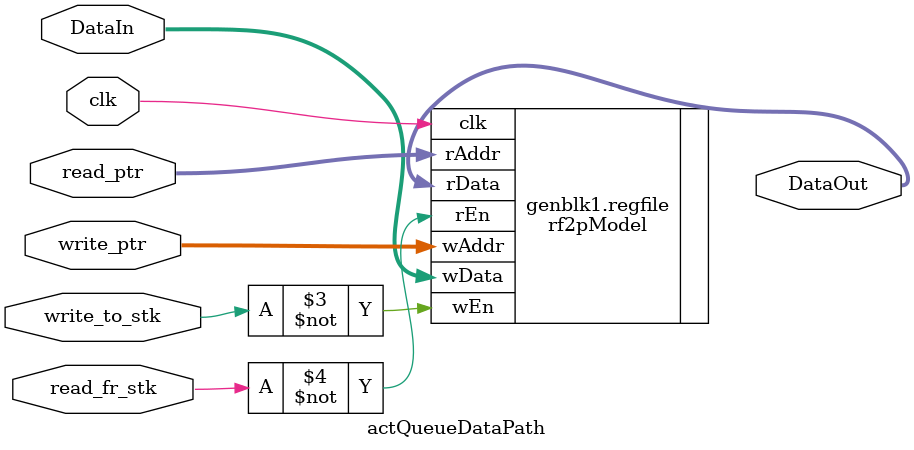
<source format=v>
module actQueueDataPath #(parameter
		nb_data = 16,
    	L_data = 17,//12(data)+15(idx)
		SRAM_IMPL = 0,
    	L_addr = clogb2(nb_data),
		word_width = L_data,
		stk_height = nb_data,
		stk_ptr_width = L_addr
)(
	output [word_width-1: 0] DataOut,
	input [word_width-1: 0] DataIn,
	input [stk_ptr_width-1: 0] write_ptr, read_ptr,
	input write_to_stk, read_fr_stk,
	input clk
);

generate
if(SRAM_IMPL == 0) begin
rf2pModel #(
    .nb_data						(nb_data                        ),
    .L_data                         (L_data                         ),
	.L_addr							(L_addr							))
regfile(
    .rData                          ( DataOut                         ),
    .wData                          ( DataIn                         ),
    .clk                            ( clk                           ),
	//the ram model is negtive enabled
    .wEn                            ( ~write_to_stk                           ),
    .rEn                            ( ~read_fr_stk                           ),
    .wAddr                          ( write_ptr                         ),
    .rAddr                          ( read_ptr                         )
);
end
else begin
	if(nb_data == 32 && L_data == 24)
	TS6N28HPCPHVTA32X24M4F ram(
		.AA(write_ptr),
		.D(DataIn),
		.WEB(~write_to_stk),
		.CLKW(clk),
		.AB(read_ptr),
		.REB(~read_fr_stk),
		.CLKR(clk),
		.Q(DataOut)
	);	
end
endgenerate
//************************************************************************
//function called clogb2 that returns an integer which has the
//value of the ceiling of the log base 2.
function integer clogb2 (input integer bit_depth);
begin
bit_depth = bit_depth - 1;
for(clogb2=0; bit_depth>0; clogb2=clogb2+1)
bit_depth = bit_depth>>1;
end
endfunction
//***********************************************************************

endmodule

</source>
